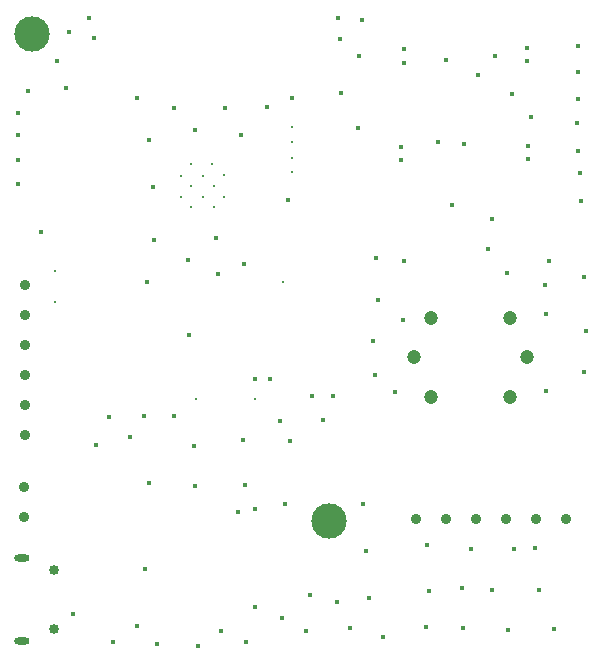
<source format=gbr>
%TF.GenerationSoftware,Altium Limited,Altium Designer,21.4.1 (30)*%
G04 Layer_Color=0*
%FSLAX26Y26*%
%MOIN*%
%TF.SameCoordinates,1ED331C9-AAA6-4E36-89CA-E609260C48EE*%
%TF.FilePolarity,Positive*%
%TF.FileFunction,Plated,1,4,PTH,Drill*%
%TF.Part,Single*%
G01*
G75*
%TA.AperFunction,ComponentDrill*%
%ADD75C,0.035433*%
%ADD76C,0.047244*%
%ADD77O,0.051181X0.023622*%
%ADD78C,0.033465*%
%ADD79C,0.035433*%
%TA.AperFunction,ViaDrill,NotFilled*%
%ADD80C,0.015748*%
%ADD81C,0.118110*%
%ADD82C,0.011811*%
D75*
X783465Y847244D02*
D03*
Y947244D02*
D03*
Y1047244D02*
D03*
Y1147244D02*
D03*
Y1247244D02*
D03*
Y1347244D02*
D03*
X780000Y575000D02*
D03*
Y675000D02*
D03*
D76*
X2401929Y1238543D02*
D03*
X2456693Y1106299D02*
D03*
X2401929Y974055D02*
D03*
X2137441D02*
D03*
X2082677Y1106299D02*
D03*
X2137441Y1238543D02*
D03*
D77*
X774685Y161614D02*
D03*
Y437205D02*
D03*
D78*
X880984Y200984D02*
D03*
Y397835D02*
D03*
D79*
X2488347Y568582D02*
D03*
X2588347D02*
D03*
X2388347D02*
D03*
X2288347D02*
D03*
X2188347D02*
D03*
X2088347D02*
D03*
D80*
X2629389Y1795276D02*
D03*
X2627420Y1966535D02*
D03*
Y2143701D02*
D03*
X2209512Y1614561D02*
D03*
X1893168Y1870079D02*
D03*
X1836082Y2167323D02*
D03*
X890994Y2093458D02*
D03*
X795236Y1993537D02*
D03*
X1013247Y2171260D02*
D03*
X999467Y2238189D02*
D03*
X932538Y2190945D02*
D03*
X920727Y2005906D02*
D03*
X1280272Y912096D02*
D03*
X1021121Y814961D02*
D03*
X1133326Y842520D02*
D03*
X1180570Y909449D02*
D03*
X1064428Y907480D02*
D03*
X2241593Y338583D02*
D03*
X2242963Y204206D02*
D03*
X2497348Y331868D02*
D03*
X2547099Y200451D02*
D03*
X2393168Y198819D02*
D03*
X2341526Y329990D02*
D03*
X2121515Y208661D02*
D03*
X2486084Y470794D02*
D03*
X2413805Y468916D02*
D03*
X2271121Y468504D02*
D03*
X2125627Y481119D02*
D03*
X2131890Y328740D02*
D03*
X1439445Y194819D02*
D03*
X1156948Y212598D02*
D03*
X1078207Y157480D02*
D03*
X1225845Y151575D02*
D03*
X1359656Y145069D02*
D03*
X1520172Y157272D02*
D03*
X1976375Y174168D02*
D03*
X1868426Y205145D02*
D03*
X1640324Y237060D02*
D03*
X1721908Y192913D02*
D03*
X1825246Y289627D02*
D03*
X1932256Y304646D02*
D03*
X1736070Y314972D02*
D03*
X1912853Y618110D02*
D03*
X1776434Y898836D02*
D03*
X1668759Y826772D02*
D03*
X1635631Y893204D02*
D03*
X1512662Y830312D02*
D03*
X1651042Y616142D02*
D03*
X1517716Y681102D02*
D03*
X1922696Y460630D02*
D03*
X2649074Y1057087D02*
D03*
X2653011Y1192913D02*
D03*
X2647538Y1375690D02*
D03*
X2521121Y996063D02*
D03*
X2519152Y1348425D02*
D03*
X2521121Y1250000D02*
D03*
X2530202Y1428256D02*
D03*
X2328207Y1468504D02*
D03*
X2391200Y1387795D02*
D03*
X2019152Y990158D02*
D03*
X1952908Y1048087D02*
D03*
X1944349Y1161417D02*
D03*
X2044743Y1232284D02*
D03*
X1962066Y1297244D02*
D03*
X2048680Y1429134D02*
D03*
X1954192Y1437008D02*
D03*
X2471908Y1907480D02*
D03*
X2639231Y1627953D02*
D03*
X2633326Y1722441D02*
D03*
X2624071Y1889153D02*
D03*
X2627953Y2059055D02*
D03*
X2351829Y2110236D02*
D03*
X2408916Y1984252D02*
D03*
X2294743Y2047244D02*
D03*
X2186475Y2096457D02*
D03*
X1906948Y2230315D02*
D03*
X1826772Y2238189D02*
D03*
X1660885Y1629921D02*
D03*
X1426633Y1383858D02*
D03*
X1590018Y1940945D02*
D03*
X1505373Y1846457D02*
D03*
X1452223Y1938976D02*
D03*
X1351209Y1862869D02*
D03*
X1280963Y1937008D02*
D03*
X1198286Y1830709D02*
D03*
X1210097Y1675197D02*
D03*
X1513247Y1419291D02*
D03*
X1420727Y1503937D02*
D03*
X1328207Y1431102D02*
D03*
X1214034Y1498032D02*
D03*
X2248032Y1818898D02*
D03*
X1897638Y2110236D02*
D03*
X2039370Y1763780D02*
D03*
Y1807087D02*
D03*
X2460630Y1767716D02*
D03*
Y1811024D02*
D03*
X2456693Y2094488D02*
D03*
Y2137795D02*
D03*
X2047244Y2086614D02*
D03*
Y2133858D02*
D03*
X2160845Y1825113D02*
D03*
X1838583Y1988189D02*
D03*
X1196850Y688976D02*
D03*
X1346457Y811024D02*
D03*
X1350394Y677165D02*
D03*
X2342520Y1566929D02*
D03*
X1811024Y976378D02*
D03*
X1740158D02*
D03*
X838583Y1523622D02*
D03*
X1551181Y1035433D02*
D03*
X1602362D02*
D03*
X759843Y1763780D02*
D03*
Y1685039D02*
D03*
Y1846457D02*
D03*
X1157480Y1972441D02*
D03*
X1192913Y1358268D02*
D03*
X1330709Y1181102D02*
D03*
X759843Y1921260D02*
D03*
X1673228Y1972441D02*
D03*
X945000Y250000D02*
D03*
X1550000Y600000D02*
D03*
X1185000Y400000D02*
D03*
X1550000Y275000D02*
D03*
X1495000Y590000D02*
D03*
D81*
X809055Y2183071D02*
D03*
X1799213Y561024D02*
D03*
D82*
X885827Y1393701D02*
D03*
Y1291339D02*
D03*
X1354331Y968504D02*
D03*
X1551181D02*
D03*
X1673228Y1771653D02*
D03*
Y1822835D02*
D03*
X1645669Y1358268D02*
D03*
X1673918Y1723665D02*
D03*
X1673228Y1874016D02*
D03*
X1303150Y1641732D02*
D03*
X1338583Y1751968D02*
D03*
X1377953Y1641732D02*
D03*
X1413386Y1606299D02*
D03*
X1338583D02*
D03*
X1413386Y1677165D02*
D03*
X1338583D02*
D03*
X1303150Y1712598D02*
D03*
X1377953D02*
D03*
X1409449Y1751968D02*
D03*
X1448416Y1714457D02*
D03*
X1448819Y1641732D02*
D03*
%TF.MD5,25ac13f657c4ecab0f847e9bc7ed36f7*%
M02*

</source>
